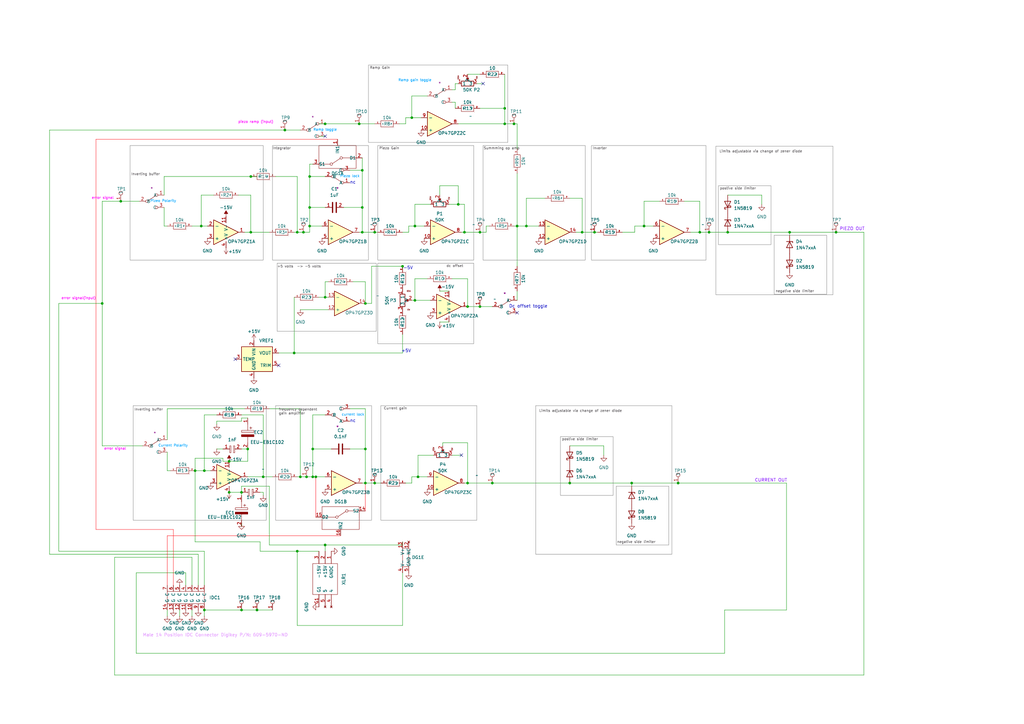
<source format=kicad_sch>
(kicad_sch (version 20250114) (generator "eeschema") (generator_version "9.0")
  (paper "A3")
  (rectangle (start 294.64 76.2) (end 316.23 100.33) (stroke (width 0) (color 130 130 130 1)))
  (rectangle (start 229.87 179.07) (end 251.46 203.2) (stroke (width 0) (color 130 130 130 1)))
  (rectangle (start 198.12 59.69) (end 240.03 106.68) (stroke (width 0) (color 130 130 130 1)))
  (rectangle (start 154.94 107.95) (end 194.31 140.97) (stroke (width 0) (color 130 130 130 1)))
  (rectangle (start 242.57 59.69) (end 289.56 106.68) (stroke (width 0) (color 130 130 130 1)))
  (rectangle (start 156.21 166.37) (end 195.58 213.36) (stroke (width 0) (color 130 130 130 1)))
  (rectangle (start 317.5 96.52) (end 339.09 120.65) (stroke (width 0) (color 130 130 130 1)))
  (rectangle (start 154.94 59.69) (end 194.31 106.68) (stroke (width 0) (color 130 130 130 1)))
  (rectangle (start 252.73 199.39) (end 274.32 223.52) (stroke (width 0) (color 130 130 130 1)))
  (rectangle (start 111.76 59.69) (end 151.13 106.68) (stroke (width 0) (color 130 130 130 1)))
  (rectangle (start 293.624 59.944) (end 341.63 120.904) (stroke (width 0) (color 130 130 130 1)))
  (rectangle (start 113.665 107.95) (end 154.305 135.89) (stroke (width 0) (color 130 130 130 1)))
  (rectangle (start 219.71 166.37) (end 275.59 227.33) (stroke (width 0) (color 130 130 130 1)))
  (rectangle (start 53.34 59.69) (end 107.95 106.68) (stroke (width 0) (color 130 130 130 1)))
  (rectangle (start 113.03 166.37) (end 152.4 213.36) (stroke (width 0) (color 130 130 130 1)))
  (rectangle (start 54.61 166.37) (end 109.22 213.36) (stroke (width 0) (color 130 130 130 1)))
  (rectangle (start 151.13 26.67) (end 208.28 58.42) (stroke (width 0) (color 130 130 130 1)))
  (text "Inverting buffer\n\n" (at 59.69 72.39 0) (effects (font (size 1 1))))
  (text "Integrator\n" (at 115.57 60.96 0) (effects (font (size 1 1))))
  (text "+5 volts  -> -5 volts\n\n" (at 122.682 110.236 0) (effects (font (size 1 1))))
  (text "dc offset \n" (at 186.944 109.22 0) (effects (font (size 1 1))))
  (text "error signal\n" (at 47.244 184.15 0) (effects (font (size 1 1))))
  (text "+5V\n" (at 166.624 144.018 0) (effects (font (size 1.27 1.27))))
  (text "CURRENT OUT\n" (at 316.23 197.104 0) (effects (font (size 1.27 1.27))))
  (text "Inverting buffer\n\n" (at 60.96 168.91 0) (effects (font (size 1 1))))
  (text "error signal\n" (at 42.164 81.28 0) (effects (font (size 1 1))))
  (text "Piezo Gain \n" (at 160.02 60.96 0) (effects (font (size 1 1))))
  (text "Limits adjustable via change of zener diode \n" (at 238.506 168.656 0) (effects (font (size 1 1))))
  (text "Ramp toggle\n" (at 133.35 53.34 0) (effects (font (size 1 1))))
  (text "postive side limiter \n \n" (at 238.252 181.102 0) (effects (font (size 1 1))))
  (text "Dc offset toggle \n" (at 217.17 125.73 0) (effects (font (size 1.27 1.27))))
  (text "postive side limiter \n \n" (at 303.022 78.232 0) (effects (font (size 1 1))))
  (text "negative side limiter \n \n" (at 261.366 223.266 0) (effects (font (size 1 1))))
  (text "Inverter \n" (at 246.38 60.96 0) (effects (font (size 1 1))))
  (text "-5V" (at 167.386 109.982 0) (effects (font (size 1.27 1.27))))
  (text "Piezo lock\n" (at 143.51 72.39 0) (effects (font (size 1 1))))
  (text "current lock\n" (at 144.78 170.18 0) (effects (font (size 1 1))))
  (text "nc" (at 144.7346 74.9078 0) (effects (font (size 1.27 1.27))))
  (text "Limits adjustable via change of zener diode \n" (at 312.42 62.23 0) (effects (font (size 1 1))))
  (text "Ramp gain toggle\n" (at 170.18 33.02 0) (effects (font (size 1 1))))
  (text "piezo ramp (input)\n\n\n\n\n" (at 104.902 53.34 0) (effects (font (size 1 1))))
  (text "nc" (at 144.7346 172.6978 0) (effects (font (size 1.27 1.27))))
  (text "negative side limiter \n \n" (at 326.39 120.396 0) (effects (font (size 1 1))))
  (text "Summming op amp\n" (at 205.74 60.96 0) (effects (font (size 1 1))))
  (text "error signal(input)\n" (at 32.258 122.428 0) (effects (font (size 1 1))))
  (text "Ramp Gain \n" (at 156.21 27.94 0) (effects (font (size 1 1))))
  (text "Pizeo Polarity " (at 67.31 82.55 0) (effects (font (size 1 1))))
  (text "Current Polarity " (at 71.374 182.88 0) (effects (font (size 1 1))))
  (text "frequency dependent \ngain amplifier" (at 114.3 168.91 0) (effects (font (size 1 1)) (justify left)))
  (text "Current gain \n" (at 162.56 167.64 0) (effects (font (size 1 1))))
  (text "PIEZO OUT\n" (at 349.504 93.98 0) (effects (font (size 1.27 1.27))))
  (junction (at 121.92 226.06))
  (junction (at 233.68 198.12))
  (junction (at 168.91 48.26))
  (junction (at 123.19 195.58))
  (junction (at 207.01 50.8))
  (junction (at 116.84 53.34))
  (junction (at 207.01 44.45))
  (junction (at 191.77 198.12))
  (junction (at 196.85 125.73))
  (junction (at 259.08 198.12))
  (junction (at 243.84 95.25))
  (junction (at 127 85.09))
  (junction (at 121.92 95.25))
  (junction (at 298.45 95.25))
  (junction (at 187.96 83.82))
  (junction (at 148.59 95.25))
  (junction (at 201.93 198.12))
  (junction (at 128.27 184.15))
  (junction (at 133.35 223.52))
  (junction (at 278.13 198.12))
  (junction (at 102.87 95.25))
  (junction (at 105.41 250.19))
  (junction (at 127 72.39))
  (junction (at 125.73 195.58))
  (junction (at 149.86 124.46))
  (junction (at 41.91 124.46))
  (junction (at 93.98 201.93))
  (junction (at 120.65 144.78))
  (junction (at 83.82 250.19))
  (junction (at 165.1 109.22))
  (junction (at 80.01 193.04))
  (junction (at 107.95 195.58))
  (junction (at 149.86 184.15))
  (junction (at 196.85 95.25))
  (junction (at 127 92.71))
  (junction (at 190.5 95.25))
  (junction (at 287.02 95.25))
  (junction (at 101.6 184.15))
  (junction (at 147.32 50.8))
  (junction (at 128.27 195.58))
  (junction (at 133.35 121.92))
  (junction (at 170.18 92.71))
  (junction (at 191.77 125.73))
  (junction (at 153.67 198.12))
  (junction (at 215.9 92.71))
  (junction (at 49.53 82.55))
  (junction (at 290.83 95.25))
  (junction (at 170.18 123.19))
  (junction (at 264.16 92.71))
  (junction (at 148.59 69.85))
  (junction (at 124.46 95.25))
  (junction (at 99.06 201.93))
  (junction (at 93.98 189.23))
  (junction (at 133.35 50.8))
  (junction (at 171.45 195.58))
  (junction (at 129.54 195.58))
  (junction (at 102.87 72.39))
  (junction (at 148.59 85.09))
  (junction (at 342.9 95.25))
  (junction (at 323.85 95.25))
  (junction (at 210.82 50.8))
  (junction (at 212.09 92.71))
  (junction (at 83.82 193.04))
  (junction (at 99.06 250.19))
  (junction (at 153.67 95.25))
  (junction (at 82.55 92.71))
  (junction (at 149.86 198.12))
  (junction (at 238.76 95.25))
  (no_connect (at 114.3 149.86))
  (no_connect (at 198.12 34.29))
  (no_connect (at 133.35 55.88))
  (no_connect (at 96.52 147.32))
  (no_connect (at 189.23 186.69))
  (no_connect (at 212.09 128.27))
  (wire (pts (xy 171.45 186.69) (xy 177.8 186.69)))
  (wire (pts (xy 67.31 72.39) (xy 67.31 80.01)))
  (wire (pts (xy 264.16 92.71) (xy 267.97 92.71)))
  (wire (pts (xy 149.86 198.12) (xy 149.86 209.55)) (stroke (width 0) (color 255 0 15 1)))
  (wire (pts (xy 180.34 80.01) (xy 180.34 76.2)))
  (wire (pts (xy 195.58 34.29) (xy 198.12 34.29)))
  (wire (pts (xy 121.92 95.25) (xy 124.46 95.25)))
  (wire (pts (xy 55.88 267.97) (xy 297.18 267.97)))
  (wire (pts (xy 260.35 95.25) (xy 260.35 92.71)))
  (wire (pts (xy 68.58 185.42) (xy 68.58 193.04)))
  (wire (pts (xy 127 95.25) (xy 127 92.71)))
  (wire (pts (xy 210.82 92.71) (xy 212.09 92.71)))
  (wire (pts (xy 165.1 109.22) (xy 165.1 110.49)))
  (wire (pts (xy 110.49 223.52) (xy 133.35 223.52)))
  (wire (pts (xy 68.58 167.64) (xy 68.58 180.34)))
  (wire (pts (xy 236.22 95.25) (xy 238.76 95.25)))
  (wire (pts (xy 133.35 115.57) (xy 134.62 115.57)))
  (wire (pts (xy 68.58 193.04) (xy 69.85 193.04)))
  (wire (pts (xy 168.91 48.26) (xy 172.72 48.26)))
  (wire (pts (xy 39.37 217.17) (xy 71.12 217.17)) (stroke (width 0) (color 255 10 19 1)))
  (wire (pts (xy 20.32 53.34) (xy 20.32 227.33)))
  (wire (pts (xy 91.44 187.96) (xy 80.01 187.96)))
  (wire (pts (xy 184.15 83.82) (xy 187.96 83.82)))
  (wire (pts (xy 238.76 95.25) (xy 238.76 81.28)))
  (wire (pts (xy 83.82 170.18) (xy 88.9 170.18)))
  (wire (pts (xy 186.69 41.91) (xy 185.42 41.91)))
  (wire (pts (xy 78.74 250.19) (xy 78.74 252.73)))
  (wire (pts (xy 41.91 182.88) (xy 58.42 182.88)))
  (wire (pts (xy 168.91 195.58) (xy 168.91 198.12)))
  (wire (pts (xy 102.87 72.39) (xy 105.41 72.39)))
  (wire (pts (xy 127 72.39) (xy 133.35 72.39)))
  (wire (pts (xy 148.59 85.09) (xy 148.59 95.25)))
  (wire (pts (xy 147.32 95.25) (xy 148.59 95.25)))
  (wire (pts (xy 82.55 92.71) (xy 82.55 80.01)))
  (wire (pts (xy 83.82 252.73) (xy 83.82 250.19)))
  (wire (pts (xy 78.74 228.6) (xy 78.74 240.03)))
  (wire (pts (xy 166.37 48.26) (xy 166.37 50.8)))
  (wire (pts (xy 120.65 144.78) (xy 120.65 121.92)))
  (wire (pts (xy 68.58 250.19) (xy 68.58 252.73)))
  (wire (pts (xy 93.98 189.23) (xy 91.44 189.23)))
  (wire (pts (xy 190.5 198.12) (xy 191.77 198.12)))
  (wire (pts (xy 147.32 50.8) (xy 153.67 50.8)))
  (wire (pts (xy 121.92 256.54) (xy 165.1 256.54)))
  (wire (pts (xy 41.91 124.46) (xy 41.91 182.88)))
  (wire (pts (xy 280.67 82.55) (xy 287.02 82.55)))
  (wire (pts (xy 190.5 83.82) (xy 190.5 95.25)))
  (wire (pts (xy 127 92.71) (xy 132.08 92.71)))
  (wire (pts (xy 247.65 182.88) (xy 247.65 186.69)))
  (wire (pts (xy 191.77 125.73) (xy 196.85 125.73)))
  (wire (pts (xy 287.02 95.25) (xy 290.83 95.25)))
  (wire (pts (xy 99.06 250.19) (xy 105.41 250.19)))
  (wire (pts (xy 180.34 119.38) (xy 184.15 119.38)))
  (wire (pts (xy 278.13 198.12) (xy 322.58 198.12)))
  (wire (pts (xy 82.55 80.01) (xy 87.63 80.01)))
  (wire (pts (xy 128.27 170.18) (xy 133.35 170.18)))
  (wire (pts (xy 186.69 34.29) (xy 186.69 36.83)))
  (wire (pts (xy 170.18 114.3) (xy 175.26 114.3)))
  (wire (pts (xy 134.62 127) (xy 123.19 127)))
  (wire (pts (xy 93.98 201.93) (xy 99.06 201.93)))
  (wire (pts (xy 80.01 222.25) (xy 106.68 222.25)))
  (wire (pts (xy 80.01 193.04) (xy 83.82 193.04)))
  (wire (pts (xy 290.83 95.25) (xy 298.45 95.25)))
  (wire (pts (xy 191.77 198.12) (xy 201.93 198.12)))
  (wire (pts (xy 190.5 95.25) (xy 196.85 95.25)))
  (wire (pts (xy 91.44 189.23) (xy 91.44 187.96)))
  (wire (pts (xy 207.01 50.8) (xy 210.82 50.8)))
  (wire (pts (xy 260.35 92.71) (xy 264.16 92.71)))
  (wire (pts (xy 210.82 50.8) (xy 212.09 50.8)))
  (wire (pts (xy 186.69 44.45) (xy 186.69 41.91)))
  (wire (pts (xy 149.86 198.12) (xy 153.67 198.12)))
  (wire (pts (xy 149.86 167.64) (xy 149.86 184.15)))
  (wire (pts (xy 127 85.09) (xy 133.35 85.09)))
  (wire (pts (xy 39.37 57.15) (xy 39.37 217.17)) (stroke (width 0) (color 255 10 19 1)))
  (wire (pts (xy 107.95 170.18) (xy 107.95 195.58)))
  (wire (pts (xy 68.58 240.03) (xy 68.58 219.71)) (stroke (width 0) (color 255 10 19 1)))
  (wire (pts (xy 99.06 172.72) (xy 99.06 171.45)))
  (wire (pts (xy 170.18 83.82) (xy 170.18 92.71)))
  (wire (pts (xy 152.4 109.22) (xy 165.1 109.22)))
  (wire (pts (xy 148.59 69.85) (xy 148.59 85.09)))
  (wire (pts (xy 149.86 124.46) (xy 152.4 124.46)))
  (wire (pts (xy 171.45 195.58) (xy 175.26 195.58)))
  (wire (pts (xy 71.12 217.17) (xy 71.12 240.03)) (stroke (width 0) (color 255 10 19 1)))
  (wire (pts (xy 238.76 81.28) (xy 233.68 81.28)))
  (wire (pts (xy 85.09 92.71) (xy 82.55 92.71)))
  (wire (pts (xy 127 67.31) (xy 128.27 67.31)))
  (wire (pts (xy 121.92 226.06) (xy 130.81 226.06)))
  (wire (pts (xy 191.77 114.3) (xy 191.77 125.73)))
  (wire (pts (xy 170.18 123.19) (xy 170.18 114.3)))
  (wire (pts (xy 93.98 189.23) (xy 101.6 189.23)))
  (wire (pts (xy 67.31 85.09) (xy 67.31 92.71)))
  (wire (pts (xy 196.85 95.25) (xy 199.39 95.25)))
  (wire (pts (xy 171.45 186.69) (xy 171.45 195.58)))
  (wire (pts (xy 128.27 184.15) (xy 135.89 184.15)))
  (wire (pts (xy 55.88 234.95) (xy 76.2 234.95)))
  (wire (pts (xy 107.95 201.93) (xy 106.68 201.93)))
  (wire (pts (xy 287.02 82.55) (xy 287.02 95.25)))
  (wire (pts (xy 167.64 92.71) (xy 170.18 92.71)))
  (wire (pts (xy 99.06 171.45) (xy 101.6 171.45)))
  (wire (pts (xy 88.9 172.72) (xy 99.06 172.72)))
  (wire (pts (xy 133.35 223.52) (xy 133.35 226.06)))
  (wire (pts (xy 114.3 144.78) (xy 120.65 144.78)))
  (wire (pts (xy 342.9 95.25) (xy 354.33 95.25)))
  (wire (pts (xy 233.68 182.88) (xy 247.65 182.88)))
  (wire (pts (xy 170.18 123.19) (xy 176.53 123.19)))
  (wire (pts (xy 83.82 240.03) (xy 83.82 226.06)))
  (wire (pts (xy 167.64 92.71) (xy 167.64 95.25)))
  (wire (pts (xy 264.16 92.71) (xy 264.16 82.55)))
  (wire (pts (xy 130.81 121.92) (xy 133.35 121.92)))
  (wire (pts (xy 323.85 95.25) (xy 323.85 96.52)))
  (wire (pts (xy 166.37 198.12) (xy 168.91 198.12)))
  (wire (pts (xy 67.31 72.39) (xy 102.87 72.39)))
  (wire (pts (xy 107.95 201.93) (xy 107.95 203.2)))
  (wire (pts (xy 312.42 80.01) (xy 312.42 83.82)))
  (wire (pts (xy 185.42 114.3) (xy 191.77 114.3)))
  (wire (pts (xy 199.39 92.71) (xy 200.66 92.71)))
  (wire (pts (xy 212.09 71.12) (xy 212.09 92.71)))
  (wire (pts (xy 168.91 39.37) (xy 175.26 39.37)))
  (wire (pts (xy 322.58 198.12) (xy 322.58 250.19)))
  (wire (pts (xy 168.91 123.19) (xy 170.18 123.19)))
  (wire (pts (xy 24.13 124.46) (xy 41.91 124.46)))
  (wire (pts (xy 46.99 276.86) (xy 354.33 276.86)))
  (wire (pts (xy 110.49 167.64) (xy 123.19 167.64)))
  (wire (pts (xy 259.08 198.12) (xy 278.13 198.12)))
  (wire (pts (xy 101.6 195.58) (xy 107.95 195.58)))
  (wire (pts (xy 149.86 115.57) (xy 149.86 124.46)))
  (wire (pts (xy 149.86 167.64) (xy 143.51 167.64)))
  (wire (pts (xy 259.08 198.12) (xy 259.08 199.39)))
  (wire (pts (xy 201.93 198.12) (xy 233.68 198.12)))
  (wire (pts (xy 180.34 76.2) (xy 187.96 76.2)))
  (wire (pts (xy 102.87 80.01) (xy 102.87 95.25)))
  (wire (pts (xy 133.35 223.52) (xy 165.1 223.52)))
  (wire (pts (xy 78.74 92.71) (xy 82.55 92.71)))
  (wire (pts (xy 297.18 267.97) (xy 297.18 250.19)))
  (wire (pts (xy 68.58 167.64) (xy 100.33 167.64)))
  (wire (pts (xy 99.06 201.93) (xy 99.06 199.39)))
  (wire (pts (xy 41.91 82.55) (xy 41.91 124.46)))
  (wire (pts (xy 46.99 276.86) (xy 46.99 228.6)))
  (wire (pts (xy 127 92.71) (xy 127 85.09)))
  (wire (pts (xy 170.18 92.71) (xy 173.99 92.71)))
  (wire (pts (xy 243.84 95.25) (xy 245.11 95.25)))
  (wire (pts (xy 124.46 95.25) (xy 127 95.25)))
  (wire (pts (xy 121.92 95.25) (xy 120.65 95.25)))
  (wire (pts (xy 207.01 44.45) (xy 207.01 50.8)))
  (wire (pts (xy 110.49 199.39) (xy 110.49 223.52)))
  (wire (pts (xy 143.51 184.15) (xy 149.86 184.15)))
  (wire (pts (xy 264.16 82.55) (xy 270.51 82.55)))
  (wire (pts (xy 133.35 121.92) (xy 134.62 121.92)))
  (wire (pts (xy 148.59 95.25) (xy 153.67 95.25)))
  (wire (pts (xy 73.66 250.19) (xy 73.66 252.73)))
  (wire (pts (xy 199.39 95.25) (xy 199.39 92.71)))
  (wire (pts (xy 287.02 95.25) (xy 283.21 95.25)))
  (wire (pts (xy 83.82 193.04) (xy 83.82 170.18)))
  (wire (pts (xy 170.18 83.82) (xy 176.53 83.82)))
  (wire (pts (xy 81.28 227.33) (xy 81.28 240.03)))
  (wire (pts (xy 215.9 81.28) (xy 215.9 92.71)))
  (wire (pts (xy 187.96 50.8) (xy 207.01 50.8)))
  (wire (pts (xy 181.61 181.61) (xy 191.77 181.61)))
  (wire (pts (xy 123.19 195.58) (xy 125.73 195.58)))
  (wire (pts (xy 168.91 39.37) (xy 168.91 48.26)))
  (wire (pts (xy 133.35 121.92) (xy 133.35 115.57)))
  (wire (pts (xy 238.76 95.25) (xy 243.84 95.25)))
  (wire (pts (xy 212.09 92.71) (xy 215.9 92.71)))
  (wire (pts (xy 354.33 95.25) (xy 354.33 276.86)))
  (wire (pts (xy 128.27 184.15) (xy 128.27 195.58)))
  (wire (pts (xy 128.27 170.18) (xy 128.27 184.15)))
  (wire (pts (xy 127 72.39) (xy 127 85.09)))
  (wire (pts (xy 128.27 195.58) (xy 129.54 195.58)))
  (wire (pts (xy 187.96 76.2) (xy 187.96 83.82)))
  (wire (pts (xy 80.01 187.96) (xy 80.01 193.04)))
  (wire (pts (xy 149.86 184.15) (xy 149.86 198.12)))
  (wire (pts (xy 165.1 95.25) (xy 167.64 95.25)))
  (wire (pts (xy 212.09 92.71) (xy 212.09 109.22)))
  (wire (pts (xy 148.59 69.85) (xy 143.51 69.85)))
  (wire (pts (xy 298.45 80.01) (xy 312.42 80.01)))
  (wire (pts (xy 86.36 193.04) (xy 83.82 193.04)))
  (wire (pts (xy 49.53 82.55) (xy 57.15 82.55)))
  (wire (pts (xy 186.69 34.29) (xy 187.96 34.29)))
  (wire (pts (xy 180.34 132.08) (xy 184.15 132.08)))
  (wire (pts (xy 20.32 227.33) (xy 81.28 227.33)))
  (wire (pts (xy 255.27 95.25) (xy 260.35 95.25)))
  (wire (pts (xy 113.03 72.39) (xy 121.92 72.39)))
  (wire (pts (xy 233.68 198.12) (xy 259.08 198.12)))
  (wire (pts (xy 55.88 234.95) (xy 55.88 267.97)))
  (wire (pts (xy 99.06 199.39) (xy 110.49 199.39)))
  (wire (pts (xy 80.01 193.04) (xy 80.01 222.25)))
  (wire (pts (xy 116.84 53.34) (xy 123.19 53.34)))
  (wire (pts (xy 83.82 226.06) (xy 24.13 226.06)))
  (wire (pts (xy 129.54 195.58) (xy 133.35 195.58)))
  (wire (pts (xy 97.79 80.01) (xy 102.87 80.01)))
  (wire (pts (xy 46.99 228.6) (xy 78.74 228.6)))
  (wire (pts (xy 121.92 226.06) (xy 121.92 256.54)))
  (wire (pts (xy 196.85 125.73) (xy 201.93 125.73)))
  (wire (pts (xy 133.35 50.8) (xy 147.32 50.8)))
  (wire (pts (xy 212.09 119.38) (xy 212.09 123.19)))
  (wire (pts (xy 99.06 215.9) (xy 99.06 214.63)))
  (wire (pts (xy 191.77 30.48) (xy 196.85 30.48)))
  (wire (pts (xy 123.19 195.58) (xy 121.92 195.58)))
  (wire (pts (xy 99.06 170.18) (xy 107.95 170.18)))
  (wire (pts (xy 100.33 95.25) (xy 102.87 95.25)))
  (wire (pts (xy 152.4 124.46) (xy 152.4 109.22)))
  (wire (pts (xy 99.06 203.2) (xy 99.06 201.93)))
  (wire (pts (xy 298.45 95.25) (xy 323.85 95.25)))
  (wire (pts (xy 88.9 173.99) (xy 88.9 172.72)))
  (wire (pts (xy 140.97 85.09) (xy 148.59 85.09)))
  (wire (pts (xy 297.18 250.19) (xy 322.58 250.19)))
  (wire (pts (xy 107.95 195.58) (xy 111.76 195.58)))
  (wire (pts (xy 105.41 250.19) (xy 111.76 250.19)))
  (wire (pts (xy 187.96 83.82) (xy 190.5 83.82)))
  (wire (pts (xy 102.87 95.25) (xy 110.49 95.25)))
  (wire (pts (xy 148.59 64.77) (xy 148.59 69.85)))
  (wire (pts (xy 20.32 53.34) (xy 116.84 53.34)))
  (wire (pts (xy 83.82 250.19) (xy 99.06 250.19)))
  (wire (pts (xy 323.85 95.25) (xy 342.9 95.25)))
  (wire (pts (xy 196.85 44.45) (xy 207.01 44.45)))
  (wire (pts (xy 121.92 72.39) (xy 121.92 95.25)))
  (wire (pts (xy 165.1 223.52) (xy 165.1 222.25)))
  (wire (pts (xy 67.31 92.71) (xy 68.58 92.71)))
  (wire (pts (xy 191.77 181.61) (xy 191.77 198.12)))
  (wire (pts (xy 129.54 195.58) (xy 129.54 212.09)) (stroke (width 0) (color 255 0 15 1)))
  (wire (pts (xy 130.81 50.8) (xy 133.35 50.8)))
  (wire (pts (xy 24.13 226.06) (xy 24.13 124.46)))
  (wire (pts (xy 166.37 48.26) (xy 168.91 48.26)))
  (wire (pts (xy 165.1 256.54) (xy 165.1 234.95)))
  (wire (pts (xy 215.9 81.28) (xy 223.52 81.28)))
  (wire (pts (xy 186.69 36.83) (xy 185.42 36.83)))
  (wire (pts (xy 41.91 82.55) (xy 49.53 82.55)))
  (wire (pts (xy 130.81 55.88) (xy 133.35 55.88)))
  (wire (pts (xy 189.23 95.25) (xy 190.5 95.25)))
  (wire (pts (xy 153.67 95.25) (xy 154.94 95.25)))
  (wire (pts (xy 165.1 137.16) (xy 165.1 144.78)))
  (wire (pts (xy 68.58 219.71) (xy 139.7 219.71)) (stroke (width 0) (color 255 10 19 1)))
  (wire (pts (xy 138.43 57.15) (xy 39.37 57.15)) (stroke (width 0) (color 255 10 19 1)))
  (wire (pts (xy 99.06 184.15) (xy 101.6 184.15)))
  (wire (pts (xy 168.91 195.58) (xy 171.45 195.58)))
  (wire (pts (xy 148.59 198.12) (xy 149.86 198.12)))
  (wire (pts (xy 185.42 186.69) (xy 189.23 186.69)))
  (wire (pts (xy 215.9 92.71) (xy 220.98 92.71)))
  (wire (pts (xy 207.01 30.48) (xy 207.01 44.45)))
  (wire (pts (xy 163.83 50.8) (xy 166.37 50.8)))
  (wire (pts (xy 125.73 195.58) (xy 128.27 195.58)))
  (wire (pts (xy 153.67 198.12) (xy 156.21 198.12)))
  (wire (pts (xy 101.6 184.15) (xy 101.6 189.23)))
  (wire (pts (xy 76.2 234.95) (xy 76.2 240.03)))
  (wire (pts (xy 106.68 226.06) (xy 121.92 226.06)))
  (wire (pts (xy 212.09 50.8) (xy 212.09 60.96)))
  (wire (pts (xy 181.61 182.88) (xy 181.61 181.61)))
  (wire (pts (xy 144.78 115.57) (xy 149.86 115.57)))
  (wire (pts (xy 127 67.31) (xy 127 72.39)))
  (wire (pts (xy 106.68 222.25) (xy 106.68 226.06)))
  (wire (pts (xy 88.9 184.15) (xy 91.44 184.15)))
  (wire (pts (xy 120.65 144.78) (xy 165.1 144.78)))
  (wire (pts (xy 123.19 167.64) (xy 123.19 195.58)))
  (symbol (lib_id "All Schematic Symbols:Testpoint") (at 105.41 250.19 0) (unit 1)
    (property "Reference" "TP17" (at 103.886 245.11 0) (effects (justify left)))
    (property "Footprint" "All_Footprints:TestPoint" (effects (hide yes)))
  )
  (symbol (lib_id "Diode:1N47xxA") (at 298.45 91.44 270) (unit 1)
    (property "Reference" "D3" (at 300.99 90.1699 90) (effects (justify left)))
    (property "Value" "1N47xxA" (at 300.99 92.7099 90) (effects (justify left)))
    (property "Footprint" "Diode_THT:D_DO-41_SOD81_P10.16mm_Horizontal" (effects (hide yes)))
    (property "Datasheet" "https://www.vishay.com/docs/85816/1n4728a.pdf" (effects (hide yes)))
    (property "Description" "1300mW Silicon planar power Zener diodes, DO-41" (effects (hide yes)))
  )
  (symbol (lib_id "power:GND") (at 76.2 250.19 0) (unit 1)
    (property "Reference" "#PWR031" (effects (hide yes)))
    (property "Value" "GND" (at 76.454 255.524 0))
    (property "Description" "Power symbol creates a global label with name \"GND\" , ground" (effects (hide yes)))
  )
  (symbol (lib_id "power:GND") (at 86.36 198.12 0) (unit 1)
    (property "Reference" "#PWR020" (effects (hide yes)))
    (property "Value" "GND" (at 83.566 200.152 0))
    (property "Description" "Power symbol creates a global label with name \"GND\" , ground" (effects (hide yes)))
  )
  (symbol (lib_id "All Schematic Symbols:RESISTOR_1/4w_Axial") (at 212.09 66.04 270) (unit 1)
    (property "Reference" "R9" (at 212.09 66.04 0))
    (property "Value" "10k" (at 214.63 66.04 0))
    (property "Footprint" "All_Footprints:R_Axial_DIN0207_L6.3mm_D2.5mm_P10.16mm_Horizontal" (effects (hide yes)))
    (property "Datasheet" "Generic Resistor Size" (effects (hide yes)))
  )
  (symbol (lib_id "power:-15V") (at 180.34 119.38 0) (unit 1)
    (property "Reference" "#PWR03" (effects (hide yes)))
    (property "Value" "-15V" (at 183.642 117.602 0))
    (property "Description" "Power symbol creates a global label with name \"-15V\"" (effects (hide yes)))
  )
  (symbol (lib_id "All Schematic Symbols:Quad_Op-Amp OP470GPZ") (at 275.59 100.33 0) (unit 2)
    (property "Reference" "OP47GPZ2" (at 280.67 99.06 0))
    (property "Value" "~" (at 288.29 92.1065 0))
    (property "Footprint" "All_Footprints:OP470GPZ Amplifier" (effects (hide yes)))
  )
  (symbol (lib_id "All Schematic Symbols:Testpoint") (at 124.46 95.25 0) (unit 1)
    (property "Reference" "TP2" (at 122.936 90.17 0) (effects (justify left)))
    (property "Footprint" "All_Footprints:TestPoint" (effects (hide yes)))
  )
  (symbol (lib_id "All Schematic Symbols:Testpoint") (at 342.9 95.25 0) (unit 1)
    (property "Reference" "TP7" (at 341.376 90.17 0) (effects (justify left)))
    (property "Footprint" "All_Footprints:TestPoint" (effects (hide yes)))
  )
  (symbol (lib_id "power:GND") (at 73.66 240.03 180) (unit 1)
    (property "Reference" "#PWR010" (effects (hide yes)))
    (property "Value" "GND" (at 73.66 234.95 0))
    (property "Description" "Power symbol creates a global label with name \"GND\" , ground" (effects (hide yes)))
  )
  (symbol (lib_id "All Schematic Symbols:Testpoint") (at 201.93 198.12 0) (unit 1)
    (property "Reference" "TP14" (at 200.406 193.04 0) (effects (justify left)))
    (property "Footprint" "All_Footprints:TestPoint" (effects (hide yes)))
  )
  (symbol (lib_id "All Schematic Symbols:RESISTOR_1/4w_Axial") (at 105.41 167.64 0) (unit 1)
    (property "Reference" "R19" (at 105.664 167.64 0))
    (property "Value" "10k" (at 105.41 165.1 0))
    (property "Footprint" "All_Footprints:R_Axial_DIN0207_L6.3mm_D2.5mm_P10.16mm_Horizontal" (effects (hide yes)))
    (property "Datasheet" "Generic Resistor Size" (effects (hide yes)))
  )
  (symbol (lib_id "power:GND") (at 104.14 154.94 0) (unit 1)
    (property "Reference" "#PWR037" (effects (hide yes)))
    (property "Value" "GND" (at 104.14 160.02 0))
    (property "Description" "Power symbol creates a global label with name \"GND\" , ground" (effects (hide yes)))
  )
  (symbol (lib_id "power:+15V") (at 104.14 139.7 0) (unit 1)
    (property "Reference" "#PWR038" (effects (hide yes)))
    (property "Value" "+15V" (at 104.14 135.89 0))
    (property "Description" "Power symbol creates a global label with name \"+15V\"" (effects (hide yes)))
  )
  (symbol (lib_id "All Schematic Symbols:Testpoint") (at 153.67 95.25 0) (unit 1)
    (property "Reference" "TP3" (at 152.146 90.17 0) (effects (justify left)))
    (property "Footprint" "All_Footprints:TestPoint" (effects (hide yes)))
  )
  (symbol (lib_id "power:+15V") (at 93.98 201.93 180) (unit 1)
    (property "Reference" "#PWR08" (effects (hide yes)))
    (property "Value" "+15V" (at 91.186 204.724 0))
    (property "Description" "Power symbol creates a global label with name \"+15V\"" (effects (hide yes)))
  )
  (symbol (lib_id "All Schematic Symbols:Testpoint") (at 125.73 195.58 0) (unit 1)
    (property "Reference" "TP12" (at 124.206 190.5 0) (effects (justify left)))
    (property "Footprint" "All_Footprints:TestPoint" (effects (hide yes)))
  )
  (symbol (lib_id "power:GND") (at 99.06 214.63 0) (unit 1)
    (property "Reference" "#PWR025" (effects (hide yes)))
    (property "Value" "GND" (at 99.06 219.71 0))
    (property "Description" "Power symbol creates a global label with name \"GND\" , ground" (effects (hide yes)))
  )
  (symbol (lib_id "power:GND") (at 133.35 200.66 0) (unit 1)
    (property "Reference" "#PWR021" (effects (hide yes)))
    (property "Value" "GND" (at 133.35 205.74 0))
    (property "Description" "Power symbol creates a global label with name \"GND\" , ground" (effects (hide yes)))
  )
  (symbol (lib_name "Potentiometer 3590P-2-***L_1") (lib_id "All Schematic Symbols:Potentiometer 3590P-2-***L") (at 187.96 34.29 0) (unit 1)
    (property "Reference" "P2" (at 195.58 36.83 0))
    (property "Value" "50K" (at 191.77 36.83 0))
    (property "Footprint" "All_Footprints:Potentiometer" (effects (hide yes)))
    (property "Datasheet" "https://www.mouser.ca/datasheet/2/54/3590-776468.pdf" (effects (hide yes)))
    (property "Description" "Potentiometer P/N: 3590P-2-***L" (effects (hide yes)))
  )
  (symbol (lib_id "Diode:1N5819") (at 323.85 107.95 90) (unit 1)
    (property "Reference" "D2" (at 326.39 106.9974 90) (effects (justify right)))
    (property "Value" "1N5819" (at 326.39 109.5374 90) (effects (justify right)))
    (property "Footprint" "Diode_THT:D_DO-41_SOD81_P10.16mm_Horizontal" (effects (hide yes)))
    (property "Datasheet" "http://www.vishay.com/docs/88525/1n5817.pdf" (effects (hide yes)))
    (property "Description" "40V 1A Schottky Barrier Rectifier Diode, DO-41" (effects (hide yes)))
  )
  (symbol (lib_id "All Schematic Symbols:Quad_Op-Amp OP470GPZ") (at 181.61 100.33 0) (unit 3)
    (property "Reference" "OP47GPZ1" (at 186.69 99.06 0))
    (property "Value" "~" (at 194.31 92.1065 0))
    (property "Footprint" "All_Footprints:OP470GPZ Amplifier" (effects (hide yes)))
  )
  (symbol (lib_id "All Schematic Symbols:RESISTOR_1/4w_Axial") (at 139.7 115.57 0) (unit 1)
    (property "Reference" "R24" (at 139.7 115.57 0))
    (property "Value" "10k" (at 139.7 113.03 0))
    (property "Footprint" "All_Footprints:R_Axial_DIN0207_L6.3mm_D2.5mm_P10.16mm_Horizontal" (effects (hide yes)))
    (property "Datasheet" "Generic Resistor Size" (effects (hide yes)))
  )
  (symbol (lib_id "All Schematic Symbols:Electrolytic Cap EEU-EB1C102") (at 101.6 171.45 270) (unit 1)
    (property "Reference" "EC2" (at 107.95 177.292 90) (effects (justify right)))
    (property "Value" "EEU-EB1C102" (at 116.586 181.356 90) (effects (justify right)))
    (property "Footprint" "All_Footprints:ELECTROLYTIC CAPACITOR - EEU-EB1C102" (effects (hide yes)))
    (property "Description" "PANASONIC - EEU-EB1C102 - ALUMINUM ELECTROLYTIC CAPACITOR, 1000UF, 20%, 16V, RADIAL" (effects (hide yes)))
  )
  (symbol (lib_id "power:GND") (at 176.53 128.27 0) (unit 1)
    (property "Reference" "#PWR019" (effects (hide yes)))
    (property "Value" "GND" (at 176.53 133.35 0))
    (property "Description" "Power symbol creates a global label with name \"GND\" , ground" (effects (hide yes)))
  )
  (symbol (lib_id "power:GND") (at 167.64 234.95 0) (unit 1)
    (property "Reference" "#PWR09" (effects (hide yes)))
    (property "Value" "GND" (at 167.64 240.03 0))
    (property "Description" "Power symbol creates a global label with name \"GND\" , ground" (effects (hide yes)))
  )
  (symbol (lib_id "All Schematic Symbols:RESISTOR_1/4w_Axial") (at 160.02 95.25 0) (unit 1)
    (property "Reference" "R4" (at 160.02 95.25 0))
    (property "Value" "10k" (at 160.02 92.71 0))
    (property "Footprint" "All_Footprints:R_Axial_DIN0207_L6.3mm_D2.5mm_P10.16mm_Horizontal" (effects (hide yes)))
    (property "Datasheet" "Generic Resistor Size" (effects (hide yes)))
  )
  (symbol (lib_id "All Schematic Symbols:RESISTOR_1/4w_Axial") (at 275.59 82.55 0) (unit 1)
    (property "Reference" "R16" (at 275.59 82.55 0))
    (property "Value" "10k" (at 275.59 80.01 0))
    (property "Footprint" "All_Footprints:R_Axial_DIN0207_L6.3mm_D2.5mm_P10.16mm_Horizontal" (effects (hide yes)))
    (property "Datasheet" "Generic Resistor Size" (effects (hide yes)))
  )
  (symbol (lib_id "All Schematic Symbols:SPDT Switch 7101SD9AV2BE") (at 133.35 72.39 0) (mirror x) (unit 1)
    (property "Reference" "SW2" (effects (hide yes)))
    (property "Value" "SPDT Switch, P/N: 7101SD9AV2BE" (effects (hide yes)))
    (property "Footprint" "All_Footprints:AV2_Switch" (effects (hide yes)))
    (property "Datasheet" "https://www.mouser.ca/datasheet/2/240/gt-3050616.pdf" (effects (hide yes)))
    (property "Name" "*" (at 138.43 77.47 0))
  )
  (symbol (lib_id "All Schematic Symbols:Testpoint") (at 243.84 95.25 0) (unit 1)
    (property "Reference" "TP5" (at 242.316 90.17 0) (effects (justify left)))
    (property "Footprint" "All_Footprints:TestPoint" (effects (hide yes)))
  )
  (symbol (lib_id "power:GND") (at 68.58 252.73 0) (unit 1)
    (property "Reference" "#PWR028" (effects (hide yes)))
    (property "Value" "GND" (at 68.58 257.81 0))
    (property "Description" "Power symbol creates a global label with name \"GND\" , ground" (effects (hide yes)))
  )
  (symbol (lib_id "All Schematic Symbols:Small_Capacitor C315C102M5U5TA") (at 99.06 201.93 0) (unit 1)
    (property "Reference" "SC1" (effects (hide yes)))
    (property "Value" "1nF" (at 102.87 203.962 0))
    (property "Footprint" "All_Footprints:Small Capacitor" (effects (hide yes)))
    (property "Datasheet" "https://media.digikey.com/pdf/Data%20Sheets/Kemet%20PDFs/Goldmax_Rev2010.pdf" (effects (hide yes)))
    (property "Description" "P/N C315C102M5U5TA" (effects (hide yes)))
  )
  (symbol (lib_id "All Schematic Symbols:SPDT Switch 7101SD9AV2BE") (at 201.93 125.73 0) (unit 1)
    (property "Reference" "SW5" (effects (hide yes)))
    (property "Value" "SPDT Switch, P/N: 7101SD9AV2BE" (effects (hide yes)))
    (property "Footprint" "All_Footprints:AV2_Switch" (effects (hide yes)))
    (property "Datasheet" "https://www.mouser.ca/datasheet/2/240/gt-3050616.pdf" (effects (hide yes)))
    (property "Name" "*" (at 207.01 120.65 0))
  )
  (symbol (lib_id "power:GND") (at 107.95 203.2 0) (unit 1)
    (property "Reference" "#PWR027" (effects (hide yes)))
    (property "Value" "GND" (at 107.95 207.264 0))
    (property "Description" "Power symbol creates a global label with name \"GND\" , ground" (effects (hide yes)))
  )
  (symbol (lib_id "All Schematic Symbols:Quad_Op-Amp OP470GPZ") (at 182.88 203.2 0) (unit 3)
    (property "Reference" "OP47GPZ3" (at 187.96 201.93 0))
    (property "Value" "~" (at 195.58 194.9765 0))
    (property "Footprint" "All_Footprints:OP470GPZ Amplifier" (effects (hide yes)))
  )
  (symbol (lib_id "All Schematic Symbols:RESISTOR_1/4w_Axial") (at 191.77 44.45 0) (unit 1)
    (property "Reference" "R13" (at 191.77 44.45 0))
    (property "Value" "10k" (at 191.77 41.91 0))
    (property "Footprint" "All_Footprints:R_Axial_DIN0207_L6.3mm_D2.5mm_P10.16mm_Horizontal" (effects (hide yes)))
    (property "Datasheet" "Generic Resistor Size" (effects (hide yes)))
  )
  (symbol (lib_id "Diode:1N5819") (at 298.45 83.82 90) (unit 1)
    (property "Reference" "D1" (at 300.99 82.8674 90) (effects (justify right)))
    (property "Value" "1N5819" (at 300.99 85.4074 90) (effects (justify right)))
    (property "Footprint" "Diode_THT:D_DO-41_SOD81_P10.16mm_Horizontal" (effects (hide yes)))
    (property "Datasheet" "http://www.vishay.com/docs/88525/1n5817.pdf" (effects (hide yes)))
    (property "Description" "40V 1A Schottky Barrier Rectifier Diode, DO-41" (effects (hide yes)))
  )
  (symbol (lib_id "All Schematic Symbols:RESISTOR_1/4w_Axial") (at 125.73 121.92 0) (unit 1)
    (property "Reference" "R23" (at 125.73 121.92 0))
    (property "Value" "10k" (at 125.73 119.38 0))
    (property "Footprint" "All_Footprints:R_Axial_DIN0207_L6.3mm_D2.5mm_P10.16mm_Horizontal" (effects (hide yes)))
    (property "Datasheet" "Generic Resistor Size" (effects (hide yes)))
  )
  (symbol (lib_id "All Schematic Symbols:Polypropylene Capacitor 935C2W1K-F") (at 133.35 85.09 0) (unit 1)
    (property "Reference" "C1" (at 137.16 77.47 0))
    (property "Value" "1uF" (at 137.16 80.01 0))
    (property "Footprint" "All_Footprints:CAPACITOR - 399-4209-ND" (effects (hide yes)))
    (property "Datasheet" "https://www.cde.com/resources/catalogs/935.pdf" (effects (hide yes)))
    (property "Description" "P/N: 935C2W1K-F" (effects (hide yes)))
  )
  (symbol (lib_id "Diode:1N47xxA") (at 259.08 203.2 270) (unit 1)
    (property "Reference" "D7" (at 261.62 201.9299 90) (effects (justify left)))
    (property "Value" "1N47xxA" (at 261.62 204.4699 90) (effects (justify left)))
    (property "Footprint" "Diode_THT:D_DO-41_SOD81_P10.16mm_Horizontal" (effects (hide yes)))
    (property "Datasheet" "https://www.vishay.com/docs/85816/1n4728a.pdf" (effects (hide yes)))
    (property "Description" "1300mW Silicon planar power Zener diodes, DO-41" (effects (hide yes)))
  )
  (symbol (lib_id "power:GND") (at 78.74 252.73 0) (unit 1)
    (property "Reference" "#PWR032" (effects (hide yes)))
    (property "Value" "GND" (at 78.74 257.81 0))
    (property "Description" "Power symbol creates a global label with name \"GND\" , ground" (effects (hide yes)))
  )
  (symbol (lib_id "All Schematic Symbols:14_Position_Male_IDC 609-5970-ND") (at 83.82 242.57 0) (mirror y) (unit 1)
    (property "Reference" "IDC1" (at 90.424 245.11 0) (effects (justify left)))
    (property "Value" "Male 14 Position IDC Connector Digikey P/N: 609-5970-ND" (at 118.11 260.35 0) (effects (justify left)))
    (property "Footprint" "All_Footprints:Male IDC Connector" (effects (hide yes)))
    (property "Datasheet" "https://cdn.amphenol-cs.com/media/wysiwyg/files/drawing/71922.pdf" (effects (hide yes)))
  )
  (symbol (lib_id "All Schematic Symbols:RESISTOR_1/4w_Axial") (at 165.1 132.08 90) (unit 1)
    (property "Reference" "R12" (at 165.1 132.08 0))
    (property "Value" "10k" (at 162.56 132.08 0))
    (property "Footprint" "All_Footprints:R_Axial_DIN0207_L6.3mm_D2.5mm_P10.16mm_Horizontal" (effects (hide yes)))
    (property "Datasheet" "Generic Resistor Size" (effects (hide yes)))
  )
  (symbol (lib_id "All Schematic Symbols:Testpoint") (at 290.83 95.25 0) (unit 1)
    (property "Reference" "TP6" (at 289.306 90.17 0) (effects (justify left)))
    (property "Footprint" "All_Footprints:TestPoint" (effects (hide yes)))
  )
  (symbol (lib_id "power:GND") (at 135.89 226.06 90) (unit 1)
    (property "Reference" "#PWR036" (effects (hide yes)))
    (property "Value" "GND" (at 140.97 226.06 0))
    (property "Description" "Power symbol creates a global label with name \"GND\" , ground" (effects (hide yes)))
  )
  (symbol (lib_id "power:GND") (at 71.12 250.19 0) (unit 1)
    (property "Reference" "#PWR029" (effects (hide yes)))
    (property "Value" "GND" (at 71.374 255.524 0))
    (property "Description" "Power symbol creates a global label with name \"GND\" , ground" (effects (hide yes)))
  )
  (symbol (lib_id "All Schematic Symbols:RESISTOR_1/4w_Axial") (at 92.71 80.01 0) (unit 1)
    (property "Reference" "R2" (at 92.71 80.01 0))
    (property "Value" "10k" (at 92.71 77.47 0))
    (property "Footprint" "All_Footprints:R_Axial_DIN0207_L6.3mm_D2.5mm_P10.16mm_Horizontal" (effects (hide yes)))
    (property "Datasheet" "Generic Resistor Size" (effects (hide yes)))
  )
  (symbol (lib_id "All Schematic Symbols:Testpoint") (at 147.32 50.8 0) (unit 1)
    (property "Reference" "TP10" (at 145.796 45.72 0) (effects (justify left)))
    (property "Footprint" "All_Footprints:TestPoint" (effects (hide yes)))
  )
  (symbol (lib_id "All Schematic Symbols:Testpoint") (at 278.13 198.12 0) (unit 1)
    (property "Reference" "TP15" (at 276.606 193.04 0) (effects (justify left)))
    (property "Footprint" "All_Footprints:TestPoint" (effects (hide yes)))
  )
  (symbol (lib_id "All Schematic Symbols:RESISTOR_1/4w_Axial") (at 73.66 92.71 0) (unit 1)
    (property "Reference" "R1" (at 73.66 92.71 0))
    (property "Value" "10k" (at 73.66 90.17 0))
    (property "Footprint" "All_Footprints:R_Axial_DIN0207_L6.3mm_D2.5mm_P10.16mm_Horizontal" (effects (hide yes)))
    (property "Datasheet" "Generic Resistor Size" (effects (hide yes)))
  )
  (symbol (lib_name "Quad_Op-Amp OP470GPZ_2") (lib_id "All Schematic Symbols:Quad_Op-Amp OP470GPZ") (at 185.42 130.81 0) (unit 1)
    (property "Reference" "OP47GPZ2" (at 190.5 129.54 0))
    (property "Value" "~" (at 202.946 122.682 0))
    (property "Footprint" "All_Footprints:OP470GPZ Amplifier" (effects (hide yes)))
  )
  (symbol (lib_id "All Schematic Symbols:RESISTOR_1/4w_Axial") (at 180.34 114.3 0) (unit 1)
    (property "Reference" "R10" (at 180.34 114.3 0))
    (property "Value" "10k" (at 180.34 111.76 0))
    (property "Footprint" "All_Footprints:R_Axial_DIN0207_L6.3mm_D2.5mm_P10.16mm_Horizontal" (effects (hide yes)))
    (property "Datasheet" "Generic Resistor Size" (effects (hide yes)))
  )
  (symbol (lib_id "All Schematic Symbols:Testpoint") (at 99.06 250.19 0) (unit 1)
    (property "Reference" "TP16" (at 97.536 245.11 0) (effects (justify left)))
    (property "Footprint" "All_Footprints:TestPoint" (effects (hide yes)))
  )
  (symbol (lib_id "All Schematic Symbols:SPDT Switch 7101SD9AV2BE") (at 57.15 82.55 0) (unit 1)
    (property "Reference" "SW1" (effects (hide yes)))
    (property "Value" "SPDT Switch, P/N: 7101SD9AV2BE" (effects (hide yes)))
    (property "Footprint" "All_Footprints:AV2_Switch" (effects (hide yes)))
    (property "Datasheet" "https://www.mouser.ca/datasheet/2/240/gt-3050616.pdf" (effects (hide yes)))
    (property "Name" "*" (at 62.23 77.47 0))
  )
  (symbol (lib_id "All Schematic Symbols:Voltage Ref REF02CPZ") (at 96.52 147.32 0) (unit 1)
    (property "Reference" "VREF1" (at 106.2833 139.7 0) (effects (justify left)))
    (property "Value" "REF02 P/N: REF02CPZ" (effects (hide yes)))
    (property "Footprint" "All_Footprints:REF02CPZ" (effects (hide yes)))
    (property "Datasheet" "https://www.mouser.ca/datasheet/2/609/REF01_02_03-3131388.pdf" (effects (hide yes)))
  )
  (symbol (lib_id "All Schematic Symbols:Potentiometer 3590P-2-***L") (at 177.8 186.69 0) (unit 1)
    (property "Reference" "P4" (at 181.61 190.5 0))
    (property "Value" "50K" (at 181.61 193.04 0))
    (property "Footprint" "All_Footprints:Potentiometer" (effects (hide yes)))
    (property "Datasheet" "https://www.mouser.ca/datasheet/2/54/3590-776468.pdf" (effects (hide yes)))
    (property "Description" "Potentiometer P/N: 3590P-2-***L" (effects (hide yes)))
  )
  (symbol (lib_id "All Schematic Symbols:Testpoint") (at 153.67 198.12 0) (unit 1)
    (property "Reference" "TP13" (at 152.146 193.04 0) (effects (justify left)))
    (property "Footprint" "All_Footprints:TestPoint" (effects (hide yes)))
  )
  (symbol (lib_id "power:GND") (at 88.9 173.99 0) (unit 1)
    (property "Reference" "#PWR024" (effects (hide yes)))
    (property "Value" "GND" (at 88.9 179.07 0))
    (property "Description" "Power symbol creates a global label with name \"GND\" , ground" (effects (hide yes)))
  )
  (symbol (lib_id "All Schematic Symbols:RESISTOR_1/4w_Axial") (at 201.93 30.48 0) (unit 1)
    (property "Reference" "R22" (at 201.93 30.48 0))
    (property "Value" "10" (at 201.93 27.94 0))
    (property "Footprint" "All_Footprints:R_Axial_DIN0207_L6.3mm_D2.5mm_P10.16mm_Horizontal" (effects (hide yes)))
    (property "Datasheet" "Generic Resistor Size" (effects (hide yes)))
  )
  (symbol (lib_id "power:GND") (at 267.97 97.79 0) (unit 1)
    (property "Reference" "#PWR014" (effects (hide yes)))
    (property "Value" "GND" (at 267.97 102.87 0))
    (property "Description" "Power symbol creates a global label with name \"GND\" , ground" (effects (hide yes)))
  )
  (symbol (lib_id "power:GND") (at 175.26 200.66 0) (unit 1)
    (property "Reference" "#PWR022" (effects (hide yes)))
    (property "Value" "GND" (at 175.26 205.74 0))
    (property "Description" "Power symbol creates a global label with name \"GND\" , ground" (effects (hide yes)))
  )
  (symbol (lib_id "power:GND") (at 130.81 248.92 270) (unit 1)
    (property "Reference" "#PWR035" (effects (hide yes)))
    (property "Value" "GND" (at 125.73 248.92 0))
    (property "Description" "Power symbol creates a global label with name \"GND\" , ground" (effects (hide yes)))
  )
  (symbol (lib_id "power:-15V") (at 93.98 189.23 0) (unit 1)
    (property "Reference" "#PWR04" (effects (hide yes)))
    (property "Value" "-15V" (at 96.52 188.468 0))
    (property "Description" "Power symbol creates a global label with name \"-15V\"" (effects (hide yes)))
  )
  (symbol (lib_id "power:+15V") (at 180.34 132.08 180) (unit 1)
    (property "Reference" "#PWR06" (effects (hide yes)))
    (property "Value" "+15V" (at 183.896 133.604 0))
    (property "Description" "Power symbol creates a global label with name \"+15V\"" (effects (hide yes)))
  )
  (symbol (lib_name "Quad_Op-Amp OP470GPZ_1") (lib_id "All Schematic Symbols:Quad_Op-Amp OP470GPZ") (at 142.24 129.54 0) (unit 4)
    (property "Reference" "OP47GPZ3" (at 147.32 128.27 0))
    (property "Value" "~" (at 154.94 121.3165 0))
    (property "Footprint" "All_Footprints:OP470GPZ Amplifier" (effects (hide yes)))
  )
  (symbol (lib_id "All Schematic Symbols:Testpoint") (at 116.84 53.34 0) (unit 1)
    (property "Reference" "TP9" (at 115.316 48.26 0) (effects (justify left)))
    (property "Footprint" "All_Footprints:TestPoint" (effects (hide yes)))
  )
  (symbol (lib_id "All Schematic Symbols:RESISTOR_1/4w_Axial") (at 158.75 50.8 0) (unit 1)
    (property "Reference" "R8" (at 158.75 50.8 0))
    (property "Value" "10k" (at 158.75 48.26 0))
    (property "Footprint" "All_Footprints:R_Axial_DIN0207_L6.3mm_D2.5mm_P10.16mm_Horizontal" (effects (hide yes)))
    (property "Datasheet" "Generic Resistor Size" (effects (hide yes)))
  )
  (symbol (lib_name "Quad_Op-Amp OP470GPZ_1") (lib_id "All Schematic Symbols:Quad_Op-Amp OP470GPZ") (at 180.34 55.88 0) (unit 3)
    (property "Reference" "OP47GPZ2" (at 185.42 54.61 0))
    (property "Value" "~" (at 193.04 47.6565 0))
    (property "Footprint" "All_Footprints:OP470GPZ Amplifier" (effects (hide yes)))
  )
  (symbol (lib_id "All Schematic Symbols:Potentiometer 3590P-2-***L") (at 165.1 119.38 270) (unit 1)
    (property "Reference" "P3" (at 162.56 123.1899 90) (effects (justify right)))
    (property "Value" "50K" (at 158.75 123.19 0))
    (property "Footprint" "All_Footprints:Potentiometer" (effects (hide yes)))
    (property "Datasheet" "https://www.mouser.ca/datasheet/2/54/3590-776468.pdf" (effects (hide yes)))
    (property "Description" "Potentiometer P/N: 3590P-2-***L" (effects (hide yes)))
  )
  (symbol (lib_id "power:GND") (at 323.85 111.76 0) (unit 1)
    (property "Reference" "#PWR07" (effects (hide yes)))
    (property "Value" "GND" (at 323.85 116.84 0))
    (property "Description" "Power symbol creates a global label with name \"GND\" , ground" (effects (hide yes)))
  )
  (symbol (lib_id "power:GND") (at 259.08 214.63 0) (unit 1)
    (property "Reference" "#PWR013" (effects (hide yes)))
    (property "Value" "GND" (at 259.08 219.71 0))
    (property "Description" "Power symbol creates a global label with name \"GND\" , ground" (effects (hide yes)))
  )
  (symbol (lib_id "power:GND") (at 172.72 53.34 0) (unit 1)
    (property "Reference" "#PWR023" (effects (hide yes)))
    (property "Value" "GND" (at 172.72 58.42 0))
    (property "Description" "Power symbol creates a global label with name \"GND\" , ground" (effects (hide yes)))
  )
  (symbol (lib_name "Quad_Op-Amp OP470GPZ_4") (lib_id "All Schematic Symbols:Quad_Op-Amp OP470GPZ") (at 95.25 200.66 0) (unit 1)
    (property "Reference" "OP47GPZ3" (at 100.33 197.104 0))
    (property "Value" "~" (at 107.95 192.4365 0))
    (property "Footprint" "All_Footprints:OP470GPZ Amplifier" (effects (hide yes)))
  )
  (symbol (lib_id "All Schematic Symbols:Digital Switch DG201HSDY-T1-E3") (at 148.59 64.77 180) (unit 1)
    (property "Reference" "DG1" (at 138.43 71.12 0))
    (property "Value" "P/N: ADG201AKNZ" (effects (hide yes)))
    (property "Footprint" "All_Footprints:Quad Digital Switch ADG201AKNZ" (effects (hide yes)))
    (property "Datasheet" "https://www.arrow.com/en/products/dg201hsdy-t1-e3/vishay" (effects (hide yes)))
    (property "Description" "Analog Switch ICs HIGH SPEED QUAD SPST A/S" (effects (hide yes)))
    (property "Height" "1.75" (effects (hide yes)))
    (property "Mouser Part Number" "781-DG201HSDY-T1-E3" (effects (hide yes)))
    (property "Mouser Price/Stock" "https://www.mouser.co.uk/ProductDetail/Vishay-Semiconductors/DG201HSDY-T1-E3?qs=Yw4uR%2FssOSNnq34csZ6jmg%3D%3D" (effects (hide yes)))
    (property "Manufacturer_Name" "Vishay" (effects (hide yes)))
    (property "Manufacturer_Part_Number" "DG201HSDY-T1-E3" (effects (hide yes)))
  )
  (symbol (lib_id "Device:C") (at 139.7 184.15 90) (unit 1)
    (property "Reference" "C2" (at 139.7 176.53 90))
    (property "Value" "0.1nF" (at 139.7 179.07 90))
    (property "Footprint" "All_Footprints:CAPACITOR - 399-4209-ND" (effects (hide yes)))
    (property "Description" "Unpolarized capacitor" (effects (hide yes)))
  )
  (symbol (lib_id "All Schematic Symbols:Testpoint") (at 49.53 82.55 0) (unit 1)
    (property "Reference" "TP1" (at 48.006 77.47 0) (effects (justify left)))
    (property "Footprint" "All_Footprints:TestPoint" (effects (hide yes)))
  )
  (symbol (lib_id "power:GND") (at 123.19 127 0) (unit 1)
    (property "Reference" "#PWR05" (effects (hide yes)))
    (property "Value" "GND" (at 123.19 132.08 0))
    (property "Description" "Power symbol creates a global label with name \"GND\" , ground" (effects (hide yes)))
  )
  (symbol (lib_name "Quad_Op-Amp OP470GPZ_4") (lib_id "All Schematic Symbols:Quad_Op-Amp OP470GPZ") (at 93.98 100.33 0) (unit 1)
    (property "Reference" "OP47GPZ1" (at 99.06 99.06 0))
    (property "Footprint" "All_Footprints:OP470GPZ Amplifier" (effects (hide yes)))
  )
  (symbol (lib_id "power:GND") (at 247.65 186.69 0) (unit 1)
    (property "Reference" "#PWR012" (effects (hide yes)))
    (property "Value" "GND" (at 247.65 191.77 0))
    (property "Description" "Power symbol creates a global label with name \"GND\" , ground" (effects (hide yes)))
  )
  (symbol (lib_id "power:GND") (at 85.09 97.79 0) (unit 1)
    (property "Reference" "#PWR018" (effects (hide yes)))
    (property "Value" "GND" (at 85.09 102.87 0))
    (property "Description" "Power symbol creates a global label with name \"GND\" , ground" (effects (hide yes)))
  )
  (symbol (lib_id "All Schematic Symbols:Quad_Op-Amp OP470GPZ") (at 139.7 100.33 0) (unit 2)
    (property "Reference" "OP47GPZ1" (at 144.78 99.06 0))
    (property "Value" "~" (at 152.4 92.1065 0))
    (property "Footprint" "All_Footprints:OP470GPZ Amplifier" (effects (hide yes)))
  )
  (symbol (lib_id "power:GND") (at 83.82 252.73 0) (unit 1)
    (property "Reference" "#PWR034" (effects (hide yes)))
    (property "Value" "GND" (at 83.82 257.81 0))
    (property "Description" "Power symbol creates a global label with name \"GND\" , ground" (effects (hide yes)))
  )
  (symbol (lib_id "All Schematic Symbols:XLR NC3MBH") (at 135.89 226.06 270) (unit 1)
    (property "Reference" "XLR1" (at 140.97 237.49 0))
    (property "Value" "XLR P/N: NC3MBH" (effects (hide yes)))
    (property "Footprint" "All_Footprints:NC3MBH_XLR" (effects (hide yes)))
    (property "Datasheet" "https://www.mouser.ca/datasheet/2/289/nc3mbh-2-1853752.pdf" (effects (hide yes)))
    (property "Description" "Conn XLR Connector Adapter M 3 POS Solder RA Thru-Hole 3 Terminal 1 Port" (effects (hide yes)))
  )
  (symbol (lib_id "power:GND") (at 220.98 97.79 0) (unit 1)
    (property "Reference" "#PWR015" (effects (hide yes)))
    (property "Value" "GND" (at 220.98 102.87 0))
    (property "Description" "Power symbol creates a global label with name \"GND\" , ground" (effects (hide yes)))
  )
  (symbol (lib_id "All Schematic Symbols:Testpoint") (at 196.85 125.73 0) (unit 1)
    (property "Reference" "TP8" (at 195.326 120.65 0) (effects (justify left)))
    (property "Footprint" "All_Footprints:TestPoint" (effects (hide yes)))
  )
  (symbol (lib_id "Diode:1N5819") (at 259.08 210.82 90) (unit 1)
    (property "Reference" "D8" (at 261.62 209.8674 90) (effects (justify right)))
    (property "Value" "1N5819" (at 261.62 212.4074 90) (effects (justify right)))
    (property "Footprint" "Diode_THT:D_DO-41_SOD81_P10.16mm_Horizontal" (effects (hide yes)))
    (property "Datasheet" "http://www.vishay.com/docs/88525/1n5817.pdf" (effects (hide yes)))
    (property "Description" "40V 1A Schottky Barrier Rectifier Diode, DO-41" (effects (hide yes)))
  )
  (symbol (lib_id "All Schematic Symbols:SPDT Switch 7101SD9AV2BE") (at 123.19 53.34 0) (unit 1)
    (property "Reference" "SW4" (effects (hide yes)))
    (property "Value" "SPDT Switch, P/N: 7101SD9AV2BE" (effects (hide yes)))
    (property "Footprint" "All_Footprints:AV2_Switch" (effects (hide yes)))
    (property "Datasheet" "https://www.mouser.ca/datasheet/2/240/gt-3050616.pdf" (effects (hide yes)))
    (property "Name" "*" (at 128.27 48.26 0))
  )
  (symbol (lib_id "All Schematic Symbols:RESISTOR_1/4w_Axial") (at 161.29 198.12 0) (unit 1)
    (property "Reference" "R21" (at 161.29 198.12 0))
    (property "Value" "10k" (at 161.29 195.58 0))
    (property "Footprint" "All_Footprints:R_Axial_DIN0207_L6.3mm_D2.5mm_P10.16mm_Horizontal" (effects (hide yes)))
    (property "Datasheet" "Generic Resistor Size" (effects (hide yes)))
  )
  (symbol (lib_id "Diode:1N47xxA") (at 323.85 100.33 270) (unit 1)
    (property "Reference" "D4" (at 326.39 99.0599 90) (effects (justify left)))
    (property "Value" "1N47xxA" (at 326.39 101.5999 90) (effects (justify left)))
    (property "Footprint" "Diode_THT:D_DO-41_SOD81_P10.16mm_Horizontal" (effects (hide yes)))
    (property "Datasheet" "https://www.vishay.com/docs/85816/1n4728a.pdf" (effects (hide yes)))
    (property "Description" "1300mW Silicon planar power Zener diodes, DO-41" (effects (hide yes)))
  )
  (symbol (lib_id "All Schematic Symbols:SPDT Switch 7101SD9AV2BE") (at 58.42 182.88 0) (unit 1)
    (property "Reference" "SW3" (effects (hide yes)))
    (property "Value" "SPDT Switch, P/N: 7101SD9AV2BE" (effects (hide yes)))
    (property "Footprint" "All_Footprints:AV2_Switch" (effects (hide yes)))
    (property "Datasheet" "https://www.mouser.ca/datasheet/2/240/gt-3050616.pdf" (effects (hide yes)))
    (property "Name" "*" (at 63.5 177.8 0))
  )
  (symbol (lib_id "All Schematic Symbols:Potentiometer 3590P-2-***L") (at 176.53 83.82 0) (unit 1)
    (property "Reference" "P1" (at 180.34 87.63 0))
    (property "Value" "50K" (at 180.34 90.17 0))
    (property "Footprint" "All_Footprints:Potentiometer" (effects (hide yes)))
    (property "Datasheet" "https://www.mouser.ca/datasheet/2/54/3590-776468.pdf" (effects (hide yes)))
    (property "Description" "Potentiometer P/N: 3590P-2-***L" (effects (hide yes)))
  )
  (symbol (lib_id "power:+15V") (at 92.71 101.6 180) (unit 1)
    (property "Reference" "#PWR01" (effects (hide yes)))
    (property "Value" "+15V" (at 96.266 103.124 0))
    (property "Description" "Power symbol creates a global label with name \"+15V\"" (effects (hide yes)))
  )
  (symbol (lib_id "power:GND") (at 88.9 184.15 0) (unit 1)
    (property "Reference" "#PWR026" (effects (hide yes)))
    (property "Value" "GND" (at 88.9 189.23 0))
    (property "Description" "Power symbol creates a global label with name \"GND\" , ground" (effects (hide yes)))
  )
  (symbol (lib_name "Quad_Op-Amp OP470GPZ_5") (lib_id "All Schematic Symbols:Quad_Op-Amp OP470GPZ") (at 229.87 100.33 0) (unit 4)
    (property "Reference" "OP47GPZ1" (at 234.95 99.06 0))
    (property "Value" "~" (at 242.57 92.1065 0))
    (property "Footprint" "All_Footprints:OP470GPZ Amplifier" (effects (hide yes)))
  )
  (symbol (lib_id "power:GND") (at 81.28 250.19 0) (unit 1)
    (property "Reference" "#PWR033" (effects (hide yes)))
    (property "Value" "GND" (at 81.534 255.524 0))
    (property "Description" "Power symbol creates a global label with name \"GND\" , ground" (effects (hide yes)))
  )
  (symbol (lib_id "All Schematic Symbols:RESISTOR_1/4w_Axial") (at 93.98 170.18 0) (unit 1)
    (property "Reference" "R18" (at 93.98 170.18 0))
    (property "Value" "10k" (at 93.98 167.64 0))
    (property "Footprint" "All_Footprints:R_Axial_DIN0207_L6.3mm_D2.5mm_P10.16mm_Horizontal" (effects (hide yes)))
    (property "Datasheet" "Generic Resistor Size" (effects (hide yes)))
  )
  (symbol (lib_id "All Schematic Symbols:RESISTOR_1/4w_Axial") (at 115.57 95.25 0) (unit 1)
    (property "Reference" "R3" (at 115.57 95.25 0))
    (property "Value" "10k" (at 115.57 92.71 0))
    (property "Footprint" "All_Footprints:R_Axial_DIN0207_L6.3mm_D2.5mm_P10.16mm_Horizontal" (effects (hide yes)))
    (property "Datasheet" "Generic Resistor Size" (effects (hide yes)))
  )
  (symbol (lib_id "Diode:1N47xxA") (at 233.68 194.31 270) (unit 1)
    (property "Reference" "D6" (at 236.22 193.0399 90) (effects (justify left)))
    (property "Value" "1N47xxA" (at 236.22 195.5799 90) (effects (justify left)))
    (property "Footprint" "Diode_THT:D_DO-41_SOD81_P10.16mm_Horizontal" (effects (hide yes)))
    (property "Datasheet" "https://www.vishay.com/docs/85816/1n4728a.pdf" (effects (hide yes)))
    (property "Description" "1300mW Silicon planar power Zener diodes, DO-41" (effects (hide yes)))
  )
  (symbol (lib_id "All Schematic Symbols:Digital Switch DG201HSDY-T1-E3") (at 129.54 212.09 0) (unit 2)
    (property "Reference" "DG1" (at 139.7 205.74 0))
    (property "Value" "P/N: ADG201AKNZ" (effects (hide yes)))
    (property "Footprint" "All_Footprints:Quad Digital Switch ADG201AKNZ" (effects (hide yes)))
    (property "Datasheet" "https://www.arrow.com/en/products/dg201hsdy-t1-e3/vishay" (effects (hide yes)))
    (property "Description" "Analog Switch ICs HIGH SPEED QUAD SPST A/S" (effects (hide yes)))
    (property "Height" "1.75" (effects (hide yes)))
    (property "Mouser Part Number" "781-DG201HSDY-T1-E3" (effects (hide yes)))
    (property "Mouser Price/Stock" "https://www.mouser.co.uk/ProductDetail/Vishay-Semiconductors/DG201HSDY-T1-E3?qs=Yw4uR%2FssOSNnq34csZ6jmg%3D%3D" (effects (hide yes)))
    (property "Manufacturer_Name" "Vishay" (effects (hide yes)))
    (property "Manufacturer_Part_Number" "DG201HSDY-T1-E3" (effects (hide yes)))
  )
  (symbol (lib_id "All Schematic Symbols:Testpoint") (at 111.76 250.19 0) (unit 1)
    (property "Reference" "TP18" (at 110.236 245.11 0) (effects (justify left)))
    (property "Footprint" "All_Footprints:TestPoint" (effects (hide yes)))
  )
  (symbol (lib_id "power:GND") (at 132.08 97.79 0) (unit 1)
    (property "Reference" "#PWR017" (effects (hide yes)))
    (property "Value" "GND" (at 132.08 102.87 0))
    (property "Description" "Power symbol creates a global label with name \"GND\" , ground" (effects (hide yes)))
  )
  (symbol (lib_id "All Schematic Symbols:RESISTOR_1/4w_Axial") (at 74.93 193.04 0) (unit 1)
    (property "Reference" "R17" (at 74.93 193.04 0))
    (property "Value" "10k" (at 74.93 190.5 0))
    (property "Footprint" "All_Footprints:R_Axial_DIN0207_L6.3mm_D2.5mm_P10.16mm_Horizontal" (effects (hide yes)))
    (property "Datasheet" "Generic Resistor Size" (effects (hide yes)))
  )
  (symbol (lib_id "All Schematic Symbols:RESISTOR_1/4w_Axial") (at 165.1 114.3 90) (unit 1)
    (property "Reference" "R11" (at 165.1 114.3 0))
    (property "Value" "10k" (at 162.56 114.3 0))
    (property "Footprint" "All_Footprints:R_Axial_DIN0207_L6.3mm_D2.5mm_P10.16mm_Horizontal" (effects (hide yes)))
    (property "Datasheet" "Generic Resistor Size" (effects (hide yes)))
  )
  (symbol (lib_id "All Schematic Symbols:RESISTOR_1/4w_Axial") (at 212.09 114.3 270) (unit 1)
    (property "Reference" "R7" (at 212.09 114.3 0))
    (property "Value" "10k" (at 214.63 114.3 0))
    (property "Footprint" "All_Footprints:R_Axial_DIN0207_L6.3mm_D2.5mm_P10.16mm_Horizontal" (effects (hide yes)))
    (property "Datasheet" "Generic Resistor Size" (effects (hide yes)))
  )
  (symbol (lib_id "All Schematic Symbols:Digital Switch DG201HSDY-T1-E3") (at 165.1 234.95 90) (unit 5)
    (property "Reference" "DG1" (at 168.91 228.5999 90) (effects (justify right)))
    (property "Value" "P/N: ADG201AKNZ" (effects (hide yes)))
    (property "Footprint" "All_Footprints:Quad Digital Switch ADG201AKNZ" (effects (hide yes)))
    (property "Datasheet" "https://www.arrow.com/en/products/dg201hsdy-t1-e3/vishay" (effects (hide yes)))
    (property "Description" "Analog Switch ICs HIGH SPEED QUAD SPST A/S" (effects (hide yes)))
    (property "Height" "1.75" (effects (hide yes)))
    (property "Mouser Part Number" "781-DG201HSDY-T1-E3" (effects (hide yes)))
    (property "Mouser Price/Stock" "https://www.mouser.co.uk/ProductDetail/Vishay-Semiconductors/DG201HSDY-T1-E3?qs=Yw4uR%2FssOSNnq34csZ6jmg%3D%3D" (effects (hide yes)))
    (property "Manufacturer_Name" "Vishay" (effects (hide yes)))
    (property "Manufacturer_Part_Number" "DG201HSDY-T1-E3" (effects (hide yes)))
  )
  (symbol (lib_id "All Schematic Symbols:RESISTOR_1/4w_Axial") (at 107.95 72.39 0) (unit 1)
    (property "Reference" "R14" (at 107.95 72.39 0))
    (property "Value" "10k" (at 107.95 69.85 0))
    (property "Footprint" "All_Footprints:R_Axial_DIN0207_L6.3mm_D2.5mm_P10.16mm_Horizontal" (effects (hide yes)))
    (property "Datasheet" "Generic Resistor Size" (effects (hide yes)))
  )
  (symbol (lib_id "power:GND") (at 73.66 252.73 0) (unit 1)
    (property "Reference" "#PWR030" (effects (hide yes)))
    (property "Value" "GND" (at 73.66 257.81 0))
    (property "Description" "Power symbol creates a global label with name \"GND\" , ground" (effects (hide yes)))
  )
  (symbol (lib_id "All Schematic Symbols:SPDT Switch 7101SD9AV2BE") (at 133.35 170.18 0) (mirror x) (unit 1)
    (property "Reference" "SW7" (effects (hide yes)))
    (property "Value" "SPDT Switch, P/N: 7101SD9AV2BE" (effects (hide yes)))
    (property "Footprint" "All_Footprints:AV2_Switch" (effects (hide yes)))
    (property "Datasheet" "https://www.mouser.ca/datasheet/2/240/gt-3050616.pdf" (effects (hide yes)))
    (property "Name" "*" (at 138.43 175.26 0))
  )
  (symbol (lib_id "All Schematic Symbols:Testpoint") (at 196.85 95.25 0) (unit 1)
    (property "Reference" "TP4" (at 195.326 90.17 0) (effects (justify left)))
    (property "Footprint" "All_Footprints:TestPoint" (effects (hide yes)))
  )
  (symbol (lib_id "power:-15V") (at 92.71 88.9 0) (unit 1)
    (property "Reference" "#PWR02" (effects (hide yes)))
    (property "Value" "-15V" (at 92.71 85.09 0))
    (property "Description" "Power symbol creates a global label with name \"-15V\"" (effects (hide yes)))
  )
  (symbol (lib_id "All Schematic Symbols:Electrolytic Cap EEU-EB1C102") (at 99.06 203.2 270) (unit 1)
    (property "Reference" "EC1" (at 96.266 210.312 90) (effects (justify right)))
    (property "Value" "EEU-EB1C102" (at 99.06 212.09 90) (effects (justify right)))
    (property "Footprint" "All_Footprints:ELECTROLYTIC CAPACITOR - EEU-EB1C102" (effects (hide yes)))
    (property "Description" "PANASONIC - EEU-EB1C102 - ALUMINUM ELECTROLYTIC CAPACITOR, 1000UF, 20%, 16V, RADIAL" (effects (hide yes)))
  )
  (symbol (lib_id "power:GND") (at 312.42 83.82 0) (unit 1)
    (property "Reference" "#PWR011" (effects (hide yes)))
    (property "Value" "GND" (at 312.42 88.9 0))
    (property "Description" "Power symbol creates a global label with name \"GND\" , ground" (effects (hide yes)))
  )
  (symbol (lib_id "All Schematic Symbols:Testpoint") (at 210.82 50.8 0) (unit 1)
    (property "Reference" "TP11" (at 209.296 45.72 0) (effects (justify left)))
    (property "Footprint" "All_Footprints:TestPoint" (effects (hide yes)))
  )
  (symbol (lib_id "All Schematic Symbols:RESISTOR_1/4w_Axial") (at 250.19 95.25 0) (unit 1)
    (property "Reference" "R15" (at 250.19 95.25 0))
    (property "Value" "10k" (at 250.19 92.71 0))
    (property "Footprint" "All_Footprints:R_Axial_DIN0207_L6.3mm_D2.5mm_P10.16mm_Horizontal" (effects (hide yes)))
    (property "Datasheet" "Generic Resistor Size" (effects (hide yes)))
  )
  (symbol (lib_id "All Schematic Symbols:SPDT Switch 7101SD9AV2BE") (at 175.26 39.37 0) (unit 1)
    (property "Reference" "SW6" (effects (hide yes)))
    (property "Value" "SPDT Switch, P/N: 7101SD9AV2BE" (effects (hide yes)))
    (property "Footprint" "All_Footprints:AV2_Switch" (effects (hide yes)))
    (property "Datasheet" "https://www.mouser.ca/datasheet/2/240/gt-3050616.pdf" (effects (hide yes)))
    (property "Name" "*" (at 180.34 34.29 0))
  )
  (symbol (lib_id "Diode:1N5819") (at 233.68 186.69 90) (unit 1)
    (property "Reference" "D5" (at 236.22 185.7374 90) (effects (justify right)))
    (property "Value" "1N5819" (at 236.22 188.2774 90) (effects (justify right)))
    (property "Footprint" "Diode_THT:D_DO-41_SOD81_P10.16mm_Horizontal" (effects (hide yes)))
    (property "Datasheet" "http://www.vishay.com/docs/88525/1n5817.pdf" (effects (hide yes)))
    (property "Description" "40V 1A Schottky Barrier Rectifier Diode, DO-41" (effects (hide yes)))
  )
  (symbol (lib_id "All Schematic Symbols:RESISTOR_1/4w_Axial") (at 116.84 195.58 0) (unit 1)
    (property "Reference" "R20" (at 116.84 195.58 0))
    (property "Value" "10k" (at 116.84 193.04 0))
    (property "Footprint" "All_Footprints:R_Axial_DIN0207_L6.3mm_D2.5mm_P10.16mm_Horizontal" (effects (hide yes)))
    (property "Datasheet" "Generic Resistor Size" (effects (hide yes)))
  )
  (symbol (lib_id "All Schematic Symbols:Small_Capacitor C315C102M5U5TA") (at 91.44 184.15 0) (unit 1)
    (property "Reference" "SC2" (effects (hide yes)))
    (property "Value" "1nF" (at 95.25 180.34 0))
    (property "Footprint" "All_Footprints:Small Capacitor" (effects (hide yes)))
    (property "Datasheet" "https://media.digikey.com/pdf/Data%20Sheets/Kemet%20PDFs/Goldmax_Rev2010.pdf" (effects (hide yes)))
    (property "Description" "P/N C315C102M5U5TA" (effects (hide yes)))
  )
  (symbol (lib_id "power:GND") (at 173.99 97.79 0) (unit 1)
    (property "Reference" "#PWR016" (effects (hide yes)))
    (property "Value" "GND" (at 173.99 102.87 0))
    (property "Description" "Power symbol creates a global label with name \"GND\" , ground" (effects (hide yes)))
  )
  (symbol (lib_id "All Schematic Symbols:Quad_Op-Amp OP470GPZ") (at 140.97 203.2 0) (unit 2)
    (property "Reference" "OP47GPZ3" (at 146.05 201.93 0))
    (property "Value" "~" (at 153.67 194.9765 0))
    (property "Footprint" "All_Footprints:OP470GPZ Amplifier" (effects (hide yes)))
  )
  (symbol (lib_id "All Schematic Symbols:RESISTOR_1/4w_Axial") (at 228.6 81.28 0) (unit 1)
    (property "Reference" "R6" (at 228.6 81.28 0))
    (property "Value" "10k" (at 228.6 78.74 0))
    (property "Footprint" "All_Footprints:R_Axial_DIN0207_L6.3mm_D2.5mm_P10.16mm_Horizontal" (effects (hide yes)))
    (property "Datasheet" "Generic Resistor Size" (effects (hide yes)))
  )
  (symbol (lib_id "All Schematic Symbols:RESISTOR_1/4w_Axial") (at 205.74 92.71 0) (unit 1)
    (property "Reference" "R5" (at 205.74 92.71 0))
    (property "Value" "10k" (at 205.74 90.17 0))
    (property "Footprint" "All_Footprints:R_Axial_DIN0207_L6.3mm_D2.5mm_P10.16mm_Horizontal" (effects (hide yes)))
    (property "Datasheet" "Generic Resistor Size" (effects (hide yes)))
  )
)
</source>
